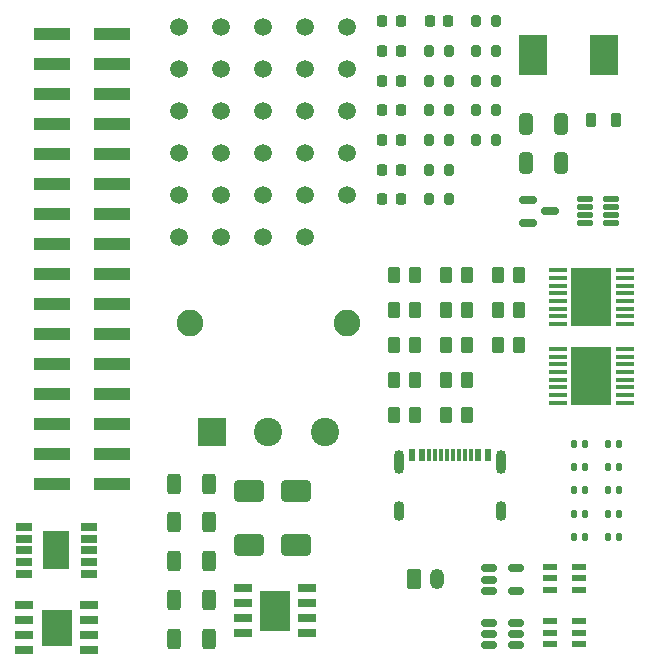
<source format=gbr>
%TF.GenerationSoftware,KiCad,Pcbnew,7.0.11*%
%TF.CreationDate,2025-03-27T12:24:41+02:00*%
%TF.ProjectId,Project,50726f6a-6563-4742-9e6b-696361645f70,rev?*%
%TF.SameCoordinates,Original*%
%TF.FileFunction,Copper,L1,Top*%
%TF.FilePolarity,Positive*%
%FSLAX46Y46*%
G04 Gerber Fmt 4.6, Leading zero omitted, Abs format (unit mm)*
G04 Created by KiCad (PCBNEW 7.0.11) date 2025-03-27 12:24:41*
%MOMM*%
%LPD*%
G01*
G04 APERTURE LIST*
G04 Aperture macros list*
%AMRoundRect*
0 Rectangle with rounded corners*
0 $1 Rounding radius*
0 $2 $3 $4 $5 $6 $7 $8 $9 X,Y pos of 4 corners*
0 Add a 4 corners polygon primitive as box body*
4,1,4,$2,$3,$4,$5,$6,$7,$8,$9,$2,$3,0*
0 Add four circle primitives for the rounded corners*
1,1,$1+$1,$2,$3*
1,1,$1+$1,$4,$5*
1,1,$1+$1,$6,$7*
1,1,$1+$1,$8,$9*
0 Add four rect primitives between the rounded corners*
20,1,$1+$1,$2,$3,$4,$5,0*
20,1,$1+$1,$4,$5,$6,$7,0*
20,1,$1+$1,$6,$7,$8,$9,0*
20,1,$1+$1,$8,$9,$2,$3,0*%
G04 Aperture macros list end*
%TA.AperFunction,SMDPad,CuDef*%
%ADD10RoundRect,0.100000X-0.687500X-0.100000X0.687500X-0.100000X0.687500X0.100000X-0.687500X0.100000X0*%
%TD*%
%TA.AperFunction,HeatsinkPad*%
%ADD11R,3.400000X5.000000*%
%TD*%
%TA.AperFunction,HeatsinkPad*%
%ADD12C,0.500000*%
%TD*%
%TA.AperFunction,SMDPad,CuDef*%
%ADD13RoundRect,0.150000X-0.512500X-0.150000X0.512500X-0.150000X0.512500X0.150000X-0.512500X0.150000X0*%
%TD*%
%TA.AperFunction,SMDPad,CuDef*%
%ADD14RoundRect,0.125000X-0.537500X-0.125000X0.537500X-0.125000X0.537500X0.125000X-0.537500X0.125000X0*%
%TD*%
%TA.AperFunction,SMDPad,CuDef*%
%ADD15C,1.500000*%
%TD*%
%TA.AperFunction,ComponentPad*%
%ADD16R,2.400000X2.400000*%
%TD*%
%TA.AperFunction,ComponentPad*%
%ADD17C,2.400000*%
%TD*%
%TA.AperFunction,ComponentPad*%
%ADD18C,2.250000*%
%TD*%
%TA.AperFunction,SMDPad,CuDef*%
%ADD19RoundRect,0.250000X-0.312500X-0.625000X0.312500X-0.625000X0.312500X0.625000X-0.312500X0.625000X0*%
%TD*%
%TA.AperFunction,SMDPad,CuDef*%
%ADD20RoundRect,0.200000X-0.200000X-0.275000X0.200000X-0.275000X0.200000X0.275000X-0.200000X0.275000X0*%
%TD*%
%TA.AperFunction,SMDPad,CuDef*%
%ADD21RoundRect,0.250000X-0.262500X-0.450000X0.262500X-0.450000X0.262500X0.450000X-0.262500X0.450000X0*%
%TD*%
%TA.AperFunction,SMDPad,CuDef*%
%ADD22RoundRect,0.150000X-0.587500X-0.150000X0.587500X-0.150000X0.587500X0.150000X-0.587500X0.150000X0*%
%TD*%
%TA.AperFunction,SMDPad,CuDef*%
%ADD23RoundRect,0.218750X-0.218750X-0.381250X0.218750X-0.381250X0.218750X0.381250X-0.218750X0.381250X0*%
%TD*%
%TA.AperFunction,SMDPad,CuDef*%
%ADD24R,2.350000X3.500000*%
%TD*%
%TA.AperFunction,ComponentPad*%
%ADD25RoundRect,0.250000X-0.350000X-0.625000X0.350000X-0.625000X0.350000X0.625000X-0.350000X0.625000X0*%
%TD*%
%TA.AperFunction,ComponentPad*%
%ADD26O,1.200000X1.750000*%
%TD*%
%TA.AperFunction,SMDPad,CuDef*%
%ADD27R,0.600000X1.140000*%
%TD*%
%TA.AperFunction,SMDPad,CuDef*%
%ADD28R,0.300000X1.140000*%
%TD*%
%TA.AperFunction,ComponentPad*%
%ADD29O,0.900000X2.000000*%
%TD*%
%TA.AperFunction,ComponentPad*%
%ADD30O,0.900000X1.700000*%
%TD*%
%TA.AperFunction,SMDPad,CuDef*%
%ADD31R,3.150000X1.000000*%
%TD*%
%TA.AperFunction,SMDPad,CuDef*%
%ADD32R,1.250000X0.600000*%
%TD*%
%TA.AperFunction,SMDPad,CuDef*%
%ADD33R,1.525000X0.700000*%
%TD*%
%TA.AperFunction,SMDPad,CuDef*%
%ADD34R,2.513000X3.402000*%
%TD*%
%TA.AperFunction,SMDPad,CuDef*%
%ADD35R,1.525000X0.650000*%
%TD*%
%TA.AperFunction,SMDPad,CuDef*%
%ADD36R,2.600000X3.100000*%
%TD*%
%TA.AperFunction,SMDPad,CuDef*%
%ADD37R,1.400000X0.700000*%
%TD*%
%TA.AperFunction,SMDPad,CuDef*%
%ADD38R,2.300000X3.200000*%
%TD*%
%TA.AperFunction,SMDPad,CuDef*%
%ADD39RoundRect,0.250000X-1.000000X-0.650000X1.000000X-0.650000X1.000000X0.650000X-1.000000X0.650000X0*%
%TD*%
%TA.AperFunction,SMDPad,CuDef*%
%ADD40RoundRect,0.250000X-0.325000X-0.650000X0.325000X-0.650000X0.325000X0.650000X-0.325000X0.650000X0*%
%TD*%
%TA.AperFunction,SMDPad,CuDef*%
%ADD41RoundRect,0.225000X-0.225000X-0.250000X0.225000X-0.250000X0.225000X0.250000X-0.225000X0.250000X0*%
%TD*%
%TA.AperFunction,SMDPad,CuDef*%
%ADD42RoundRect,0.140000X-0.140000X-0.170000X0.140000X-0.170000X0.140000X0.170000X-0.140000X0.170000X0*%
%TD*%
G04 APERTURE END LIST*
D10*
%TO.P,U5,1,nSLEEP*%
%TO.N,/Switch Out*%
X120087500Y-89315000D03*
%TO.P,U5,2,AOUT1*%
%TO.N,MOTOR3_A_OUT*%
X120087500Y-89965000D03*
%TO.P,U5,3,AISEN*%
%TO.N,Net-(U5B-AISEN)*%
X120087500Y-90615000D03*
%TO.P,U5,4,AOUT2*%
%TO.N,MOTOR3_B_OUT*%
X120087500Y-91265000D03*
%TO.P,U5,5,BOUT2*%
%TO.N,Motor4_B_OUT*%
X120087500Y-91915000D03*
%TO.P,U5,6,BISEN*%
%TO.N,Net-(U5B-BISEN)*%
X120087500Y-92565000D03*
%TO.P,U5,7,BOUT1*%
%TO.N,Motor4_A_OUT*%
X120087500Y-93215000D03*
%TO.P,U5,8,nFAULT*%
%TO.N,unconnected-(U5B-nFAULT-Pad8)*%
X120087500Y-93865000D03*
%TO.P,U5,9,BIN1*%
%TO.N,MOTOR4_CTRL1*%
X125812500Y-93865000D03*
%TO.P,U5,10,BIN2*%
%TO.N,MOTOR4_CTRL2*%
X125812500Y-93215000D03*
%TO.P,U5,11,VCP*%
%TO.N,Net-(U5B-VCP)*%
X125812500Y-92565000D03*
%TO.P,U5,12,VM*%
%TO.N,Monitor_out*%
X125812500Y-91915000D03*
%TO.P,U5,13,GND*%
%TO.N,GND*%
X125812500Y-91265000D03*
%TO.P,U5,14,VINT*%
%TO.N,Net-(U5B-VINT)*%
X125812500Y-90615000D03*
%TO.P,U5,15,AIN2*%
%TO.N,MOTOR3_CTRL2*%
X125812500Y-89965000D03*
%TO.P,U5,16,AIN1*%
%TO.N,MOTOR3_CTRL1*%
X125812500Y-89315000D03*
D11*
%TO.P,U5,17,GND(PPAD)*%
%TO.N,GND*%
X122950000Y-91590000D03*
D12*
X122200000Y-90090000D03*
X123700000Y-90090000D03*
X122200000Y-91590000D03*
X123700000Y-91590000D03*
X122200000Y-93090000D03*
X123700000Y-93090000D03*
%TD*%
D10*
%TO.P,U4,1,nSLEEP*%
%TO.N,/Switch Out*%
X120087500Y-82675000D03*
%TO.P,U4,2,AOUT1*%
%TO.N,MOTOR1_A_OUT*%
X120087500Y-83325000D03*
%TO.P,U4,3,AISEN*%
%TO.N,Net-(U4-AISEN)*%
X120087500Y-83975000D03*
%TO.P,U4,4,AOUT2*%
%TO.N,MOTOR1_B_OUT*%
X120087500Y-84625000D03*
%TO.P,U4,5,BOUT2*%
%TO.N,Motor2_B_OUT*%
X120087500Y-85275000D03*
%TO.P,U4,6,BISEN*%
%TO.N,Net-(U4-BISEN)*%
X120087500Y-85925000D03*
%TO.P,U4,7,BOUT1*%
%TO.N,Motor2_A_OUT*%
X120087500Y-86575000D03*
%TO.P,U4,8,nFAULT*%
%TO.N,unconnected-(U4-nFAULT-Pad8)*%
X120087500Y-87225000D03*
%TO.P,U4,9,BIN1*%
%TO.N,MOTOR2_CTRL1*%
X125812500Y-87225000D03*
%TO.P,U4,10,BIN2*%
%TO.N,MOTOR2_CTRL2*%
X125812500Y-86575000D03*
%TO.P,U4,11,VCP*%
%TO.N,Net-(U4-VCP)*%
X125812500Y-85925000D03*
%TO.P,U4,12,VM*%
%TO.N,Monitor_out*%
X125812500Y-85275000D03*
%TO.P,U4,13,GND*%
%TO.N,GND*%
X125812500Y-84625000D03*
%TO.P,U4,14,VINT*%
%TO.N,Net-(U4-VINT)*%
X125812500Y-83975000D03*
%TO.P,U4,15,AIN2*%
%TO.N,MOTOR1_CTRL2*%
X125812500Y-83325000D03*
%TO.P,U4,16,AIN1*%
%TO.N,MOTOR1_CTRL1*%
X125812500Y-82675000D03*
D11*
%TO.P,U4,17,GND(PPAD)*%
%TO.N,GND*%
X122950000Y-84950000D03*
D12*
X122200000Y-83450000D03*
X123700000Y-83450000D03*
X122200000Y-84950000D03*
X123700000Y-84950000D03*
X122200000Y-86450000D03*
X123700000Y-86450000D03*
%TD*%
D13*
%TO.P,U3,1,SW*%
%TO.N,Net-(U3-SW)*%
X114307500Y-112525000D03*
%TO.P,U3,2,GND*%
%TO.N,GND*%
X114307500Y-113475000D03*
%TO.P,U3,3,FB*%
%TO.N,Net-(U3-FB)*%
X114307500Y-114425000D03*
%TO.P,U3,4,EN*%
%TO.N,/Switch Out*%
X116582500Y-114425000D03*
%TO.P,U3,5,IN*%
%TO.N,Monitor_out*%
X116582500Y-113475000D03*
%TO.P,U3,6,NC*%
%TO.N,unconnected-(U3-NC-Pad6)*%
X116582500Y-112525000D03*
%TD*%
%TO.P,U2,1,IN*%
%TO.N,Monitor_out*%
X114307500Y-107900000D03*
%TO.P,U2,2,GND*%
%TO.N,GND*%
X114307500Y-108850000D03*
%TO.P,U2,3,EN*%
%TO.N,/Switch Out*%
X114307500Y-109800000D03*
%TO.P,U2,4,NC*%
%TO.N,unconnected-(U2-NC-Pad4)*%
X116582500Y-109800000D03*
%TO.P,U2,5,OUT*%
%TO.N,3V3 Out*%
X116582500Y-107900000D03*
%TD*%
D14*
%TO.P,U1,1,IN+*%
%TO.N,Bat_out*%
X122377500Y-76670000D03*
%TO.P,U1,2,IN-*%
%TO.N,Monitor_out*%
X122377500Y-77320000D03*
%TO.P,U1,3,GND*%
%TO.N,GND*%
X122377500Y-77970000D03*
%TO.P,U1,4,VS*%
%TO.N,3V3 Out*%
X122377500Y-78620000D03*
%TO.P,U1,5,SCL*%
%TO.N,I2C1_SCL*%
X124652500Y-78620000D03*
%TO.P,U1,6,SDA*%
%TO.N,I2C1_SDA*%
X124652500Y-77970000D03*
%TO.P,U1,7,A0*%
%TO.N,3V3 Out*%
X124652500Y-77320000D03*
%TO.P,U1,8,A1*%
%TO.N,GND*%
X124652500Y-76670000D03*
%TD*%
D15*
%TO.P,TP29,1,1*%
%TO.N,GND*%
X102245000Y-76305000D03*
%TD*%
%TO.P,TP28,1,1*%
%TO.N,+5V*%
X102245000Y-72755000D03*
%TD*%
%TO.P,TP27,1,1*%
%TO.N,+5V*%
X102245000Y-69205000D03*
%TD*%
%TO.P,TP26,1,1*%
%TO.N,Net-(IC3-VSENSE)*%
X102245000Y-65655000D03*
%TD*%
%TO.P,TP25,1,1*%
%TO.N,GND*%
X102245000Y-62105000D03*
%TD*%
%TO.P,TP24,1,1*%
%TO.N,5V Out*%
X98695000Y-79855000D03*
%TD*%
%TO.P,TP23,1,1*%
%TO.N,Net-(U3-SW)*%
X98695000Y-76305000D03*
%TD*%
%TO.P,TP22,1,1*%
%TO.N,GND*%
X98695000Y-72755000D03*
%TD*%
%TO.P,TP21,1,1*%
%TO.N,GND*%
X98695000Y-69205000D03*
%TD*%
%TO.P,TP20,1,1*%
%TO.N,Net-(U4-BISEN)*%
X98695000Y-65655000D03*
%TD*%
%TO.P,TP19,1,1*%
%TO.N,Net-(U4-AISEN)*%
X98695000Y-62105000D03*
%TD*%
%TO.P,TP18,1,1*%
%TO.N,GND*%
X95145000Y-79855000D03*
%TD*%
%TO.P,TP17,1,1*%
%TO.N,GND*%
X95145000Y-76305000D03*
%TD*%
%TO.P,TP16,1,1*%
%TO.N,Net-(U5B-BISEN)*%
X95145000Y-72755000D03*
%TD*%
%TO.P,TP15,1,1*%
%TO.N,Net-(U5B-AISEN)*%
X95145000Y-69205000D03*
%TD*%
%TO.P,TP14,1,1*%
%TO.N,Net-(IC2-R1{slash}C1)*%
X95145000Y-65655000D03*
%TD*%
%TO.P,TP13,1,1*%
%TO.N,CTRL_EXT_LOAD1*%
X95145000Y-62105000D03*
%TD*%
%TO.P,TP12,1,1*%
%TO.N,CTRL_EXT_LOAD2*%
X91595000Y-79855000D03*
%TD*%
%TO.P,TP11,1,1*%
%TO.N,Net-(IC6-R1{slash}C1)*%
X91595000Y-76305000D03*
%TD*%
%TO.P,TP10,1,1*%
%TO.N,Net-(IC2-R2)*%
X91595000Y-72755000D03*
%TD*%
%TO.P,TP9,1,1*%
%TO.N,GND*%
X91595000Y-69205000D03*
%TD*%
%TO.P,TP8,1,1*%
%TO.N,Net-(IC6-R2)*%
X91595000Y-65655000D03*
%TD*%
%TO.P,TP7,1,1*%
%TO.N,GND*%
X91595000Y-62105000D03*
%TD*%
%TO.P,TP6,1,1*%
%TO.N,Monitor_out*%
X88045000Y-79855000D03*
%TD*%
%TO.P,TP5,1,1*%
%TO.N,Bat_out*%
X88045000Y-76305000D03*
%TD*%
%TO.P,TP4,1,1*%
%TO.N,Net-(Q1-D)*%
X88045000Y-72755000D03*
%TD*%
%TO.P,TP3,1,1*%
%TO.N,Net-(IC4-PROG)*%
X88045000Y-69205000D03*
%TD*%
%TO.P,TP2,1,1*%
%TO.N,GND*%
X88045000Y-65655000D03*
%TD*%
%TO.P,TP1,1,1*%
%TO.N,Net-(IC4-PROG)*%
X88045000Y-62105000D03*
%TD*%
D16*
%TO.P,S1,1,1*%
%TO.N,Bat_out*%
X90795000Y-96330000D03*
D17*
%TO.P,S1,2,2*%
%TO.N,Battery*%
X95595000Y-96330000D03*
%TO.P,S1,3,3*%
%TO.N,Charging*%
X100395000Y-96330000D03*
D18*
%TO.P,S1,4,MH1*%
%TO.N,GND*%
X88945000Y-87130000D03*
%TO.P,S1,5,MH2*%
X102245000Y-87130000D03*
%TD*%
D19*
%TO.P,R28,1*%
%TO.N,Monitor_out*%
X87612500Y-113885000D03*
%TO.P,R28,2*%
%TO.N,Bat_out*%
X90537500Y-113885000D03*
%TD*%
%TO.P,R27,1*%
%TO.N,Monitor_out*%
X87612500Y-110595000D03*
%TO.P,R27,2*%
%TO.N,Bat_out*%
X90537500Y-110595000D03*
%TD*%
%TO.P,R26,1*%
%TO.N,Monitor_out*%
X87612500Y-107305000D03*
%TO.P,R26,2*%
%TO.N,Bat_out*%
X90537500Y-107305000D03*
%TD*%
D20*
%TO.P,R25,1*%
%TO.N,GND*%
X113220000Y-71625000D03*
%TO.P,R25,2*%
%TO.N,Net-(U5B-BISEN)*%
X114870000Y-71625000D03*
%TD*%
%TO.P,R24,1*%
%TO.N,GND*%
X113220000Y-69115000D03*
%TO.P,R24,2*%
%TO.N,Net-(U5B-BISEN)*%
X114870000Y-69115000D03*
%TD*%
%TO.P,R23,1*%
%TO.N,GND*%
X113220000Y-66605000D03*
%TO.P,R23,2*%
%TO.N,Net-(U5B-BISEN)*%
X114870000Y-66605000D03*
%TD*%
%TO.P,R22,1*%
%TO.N,GND*%
X113220000Y-64095000D03*
%TO.P,R22,2*%
%TO.N,Net-(U5B-AISEN)*%
X114870000Y-64095000D03*
%TD*%
%TO.P,R21,1*%
%TO.N,GND*%
X113220000Y-61585000D03*
%TO.P,R21,2*%
%TO.N,Net-(U5B-AISEN)*%
X114870000Y-61585000D03*
%TD*%
%TO.P,R20,1*%
%TO.N,GND*%
X109210000Y-76645000D03*
%TO.P,R20,2*%
%TO.N,Net-(U5B-AISEN)*%
X110860000Y-76645000D03*
%TD*%
%TO.P,R19,1*%
%TO.N,GND*%
X109210000Y-74135000D03*
%TO.P,R19,2*%
%TO.N,Net-(U4-BISEN)*%
X110860000Y-74135000D03*
%TD*%
%TO.P,R18,1*%
%TO.N,GND*%
X109210000Y-71625000D03*
%TO.P,R18,2*%
%TO.N,Net-(U4-AISEN)*%
X110860000Y-71625000D03*
%TD*%
D21*
%TO.P,R17,1*%
%TO.N,CTRL_EXT_LOAD2*%
X115032500Y-89005000D03*
%TO.P,R17,2*%
%TO.N,GND*%
X116857500Y-89005000D03*
%TD*%
%TO.P,R16,1*%
%TO.N,5V Out*%
X115032500Y-86055000D03*
%TO.P,R16,2*%
%TO.N,Net-(IC6-R1{slash}C1)*%
X116857500Y-86055000D03*
%TD*%
%TO.P,R15,1*%
%TO.N,GND*%
X115032500Y-83105000D03*
%TO.P,R15,2*%
%TO.N,Net-(IC6-R2)*%
X116857500Y-83105000D03*
%TD*%
%TO.P,R14,1*%
%TO.N,CTRL_EXT_LOAD1*%
X110622500Y-94905000D03*
%TO.P,R14,2*%
%TO.N,GND*%
X112447500Y-94905000D03*
%TD*%
%TO.P,R13,1*%
%TO.N,5V Out*%
X110622500Y-91955000D03*
%TO.P,R13,2*%
%TO.N,Net-(IC2-R1{slash}C1)*%
X112447500Y-91955000D03*
%TD*%
%TO.P,R12,1*%
%TO.N,GND*%
X110622500Y-89005000D03*
%TO.P,R12,2*%
%TO.N,Net-(IC2-R2)*%
X112447500Y-89005000D03*
%TD*%
%TO.P,R11,1*%
%TO.N,Net-(U3-FB)*%
X110622500Y-86055000D03*
%TO.P,R11,2*%
%TO.N,GND*%
X112447500Y-86055000D03*
%TD*%
%TO.P,R10,1*%
%TO.N,Net-(R10-Pad1)*%
X110622500Y-83105000D03*
%TO.P,R10,2*%
%TO.N,Net-(U3-FB)*%
X112447500Y-83105000D03*
%TD*%
D19*
%TO.P,R9,1*%
%TO.N,Monitor_out*%
X87612500Y-104015000D03*
%TO.P,R9,2*%
%TO.N,Bat_out*%
X90537500Y-104015000D03*
%TD*%
D21*
%TO.P,R8,1*%
%TO.N,HV*%
X106212500Y-94905000D03*
%TO.P,R8,2*%
%TO.N,Net-(IC1-VBUS)*%
X108037500Y-94905000D03*
%TD*%
D19*
%TO.P,R7,1*%
%TO.N,HV*%
X87612500Y-100725000D03*
%TO.P,R7,2*%
%TO.N,Net-(IC1-VDD)*%
X90537500Y-100725000D03*
%TD*%
D20*
%TO.P,R6,1*%
%TO.N,Net-(IC3-VSENSE)*%
X109210000Y-69115000D03*
%TO.P,R6,2*%
%TO.N,Net-(R1-Pad1)*%
X110860000Y-69115000D03*
%TD*%
D21*
%TO.P,R5,1*%
%TO.N,+5V*%
X106212500Y-91955000D03*
%TO.P,R5,2*%
%TO.N,Net-(IC3-VSENSE)*%
X108037500Y-91955000D03*
%TD*%
D20*
%TO.P,R4,1*%
%TO.N,Net-(IC4-PROG)*%
X109210000Y-66605000D03*
%TO.P,R4,2*%
%TO.N,Net-(Q1-D)*%
X110860000Y-66605000D03*
%TD*%
D21*
%TO.P,R3,1*%
%TO.N,Net-(IC4-PROG)*%
X106212500Y-89005000D03*
%TO.P,R3,2*%
%TO.N,GND*%
X108037500Y-89005000D03*
%TD*%
%TO.P,R2,1*%
%TO.N,5V Out*%
X106212500Y-86055000D03*
%TO.P,R2,2*%
%TO.N,Net-(R10-Pad1)*%
X108037500Y-86055000D03*
%TD*%
D20*
%TO.P,R1,1*%
%TO.N,Net-(R1-Pad1)*%
X109210000Y-64095000D03*
%TO.P,R1,2*%
%TO.N,GND*%
X110860000Y-64095000D03*
%TD*%
D22*
%TO.P,Q1,1,G*%
%TO.N,FAST_CHARGE_CTRL*%
X117557500Y-76720000D03*
%TO.P,Q1,2,S*%
%TO.N,GND*%
X117557500Y-78620000D03*
%TO.P,Q1,3,D*%
%TO.N,Net-(Q1-D)*%
X119432500Y-77670000D03*
%TD*%
D23*
%TO.P,L2,1,1*%
%TO.N,Net-(U3-SW)*%
X122912500Y-69945000D03*
%TO.P,L2,2,2*%
%TO.N,5V Out*%
X125037500Y-69945000D03*
%TD*%
D24*
%TO.P,L1,1,1*%
%TO.N,+5V*%
X118000000Y-64450000D03*
%TO.P,L1,2,2*%
%TO.N,Net-(D3-K)*%
X124050000Y-64450000D03*
%TD*%
D25*
%TO.P,J3,1,Pin_1*%
%TO.N,Battery*%
X107895000Y-108825000D03*
D26*
%TO.P,J3,2,Pin_2*%
%TO.N,GND*%
X109895000Y-108825000D03*
%TD*%
D27*
%TO.P,J2,A1_B12,GND*%
%TO.N,GND*%
X107783500Y-98330000D03*
%TO.P,J2,A4_B9,VBUS*%
%TO.N,HV*%
X108583500Y-98330000D03*
D28*
%TO.P,J2,A6,DP1*%
%TO.N,unconnected-(J2-DP1-PadA6)*%
X110733500Y-98330000D03*
%TO.P,J2,B7,DN2*%
%TO.N,unconnected-(J2-DN2-PadB7)*%
X110233500Y-98330000D03*
%TO.P,J2,A5,CC1*%
%TO.N,Net-(IC1-CC1)*%
X109733500Y-98330000D03*
%TO.P,J2,B8,SBU2*%
%TO.N,unconnected-(J2-SBU2-PadB8)*%
X109233500Y-98330000D03*
%TO.P,J2,A7,DN1*%
%TO.N,unconnected-(J2-DN1-PadA7)*%
X111233500Y-98330000D03*
%TO.P,J2,B6,DP2*%
%TO.N,unconnected-(J2-DP2-PadB6)*%
X111733500Y-98330000D03*
%TO.P,J2,A8,SBU1*%
%TO.N,unconnected-(J2-SBU1-PadA8)*%
X112233500Y-98330000D03*
%TO.P,J2,B5,CC2*%
%TO.N,Net-(IC1-CC2)*%
X112733500Y-98330000D03*
D27*
%TO.P,J2,B4_A9,VBUS*%
%TO.N,HV*%
X113383500Y-98330000D03*
%TO.P,J2,B1_A12,GND*%
%TO.N,GND*%
X114183500Y-98330000D03*
D29*
%TO.P,J2,S1,SHIELD*%
X106658500Y-98910000D03*
%TO.P,J2,S2,SHIELD*%
X115308500Y-98910000D03*
D30*
%TO.P,J2,S3,SHIELD*%
X106658500Y-103080000D03*
%TO.P,J2,S4,SHIELD*%
X115308500Y-103080000D03*
%TD*%
D31*
%TO.P,J1,1,Pin_1*%
%TO.N,Motor2_B_OUT*%
X77320000Y-62655000D03*
%TO.P,J1,2,Pin_2*%
%TO.N,Motor2_A_OUT*%
X82370000Y-62655000D03*
%TO.P,J1,3,Pin_3*%
%TO.N,Motor4_A_OUT*%
X77320000Y-65195000D03*
%TO.P,J1,4,Pin_4*%
%TO.N,MOTOR2_CTRL1*%
X82370000Y-65195000D03*
%TO.P,J1,5,Pin_5*%
%TO.N,Motor4_B_OUT*%
X77320000Y-67735000D03*
%TO.P,J1,6,Pin_6*%
%TO.N,MOTOR2_CTRL2*%
X82370000Y-67735000D03*
%TO.P,J1,7,Pin_7*%
%TO.N,CTRL_EXT_LOAD2*%
X77320000Y-70275000D03*
%TO.P,J1,8,Pin_8*%
%TO.N,MOTOR4_CTRL1*%
X82370000Y-70275000D03*
%TO.P,J1,9,Pin_9*%
%TO.N,USART2_RX*%
X77320000Y-72815000D03*
%TO.P,J1,10,Pin_10*%
%TO.N,MOTOR4_CTRL2*%
X82370000Y-72815000D03*
%TO.P,J1,11,Pin_11*%
%TO.N,EXT_LOAD2_OUT*%
X77320000Y-75355000D03*
%TO.P,J1,12,Pin_12*%
%TO.N,USART2_TX*%
X82370000Y-75355000D03*
%TO.P,J1,13,Pin_13*%
%TO.N,FAST_CHARGE_CTRL*%
X77320000Y-77895000D03*
%TO.P,J1,14,Pin_14*%
%TO.N,Battery*%
X82370000Y-77895000D03*
%TO.P,J1,15,Pin_15*%
%TO.N,GND*%
X77320000Y-80435000D03*
%TO.P,J1,16,Pin_16*%
%TO.N,I2C1_SCL*%
X82370000Y-80435000D03*
%TO.P,J1,17,Pin_17*%
%TO.N,I2C1_SDA*%
X77320000Y-82975000D03*
%TO.P,J1,18,Pin_18*%
%TO.N,3V3 Out*%
X82370000Y-82975000D03*
%TO.P,J1,19,Pin_19*%
%TO.N,GND*%
X77320000Y-85515000D03*
%TO.P,J1,20,Pin_20*%
%TO.N,5V Out*%
X82370000Y-85515000D03*
%TO.P,J1,21,Pin_21*%
%TO.N,EXT_LOAD1_OUT*%
X77320000Y-88055000D03*
%TO.P,J1,22,Pin_22*%
%TO.N,HV*%
X82370000Y-88055000D03*
%TO.P,J1,23,Pin_23*%
%TO.N,unconnected-(J1-Pin_23-Pad23)*%
X77320000Y-90595000D03*
%TO.P,J1,24,Pin_24*%
%TO.N,MOTOR3_CTRL1*%
X82370000Y-90595000D03*
%TO.P,J1,25,Pin_25*%
%TO.N,CTRL_EXT_LOAD1*%
X77320000Y-93135000D03*
%TO.P,J1,26,Pin_26*%
%TO.N,MOTOR3_CTRL2*%
X82370000Y-93135000D03*
%TO.P,J1,27,Pin_27*%
%TO.N,MOTOR3_A_OUT*%
X77320000Y-95675000D03*
%TO.P,J1,28,Pin_28*%
%TO.N,MOTOR1_CTRL1*%
X82370000Y-95675000D03*
%TO.P,J1,29,Pin_29*%
%TO.N,MOTOR3_B_OUT*%
X77320000Y-98215000D03*
%TO.P,J1,30,Pin_30*%
%TO.N,MOTOR1_CTRL2*%
X82370000Y-98215000D03*
%TO.P,J1,31,Pin_31*%
%TO.N,MOTOR1_B_OUT*%
X77320000Y-100755000D03*
%TO.P,J1,32,Pin_32*%
%TO.N,MOTOR1_A_OUT*%
X82370000Y-100755000D03*
%TD*%
D32*
%TO.P,IC6,1,R2*%
%TO.N,Net-(IC6-R2)*%
X119420000Y-112400000D03*
%TO.P,IC6,2,VOUT_1*%
%TO.N,EXT_LOAD1_OUT*%
X119420000Y-113350000D03*
%TO.P,IC6,3,VOUT_2*%
X119420000Y-114300000D03*
%TO.P,IC6,4,VIN*%
%TO.N,5V Out*%
X121920000Y-114300000D03*
%TO.P,IC6,5,ON/OFF*%
%TO.N,CTRL_EXT_LOAD2*%
X121920000Y-113350000D03*
%TO.P,IC6,6,R1/C1*%
%TO.N,Net-(IC6-R1{slash}C1)*%
X121920000Y-112400000D03*
%TD*%
D33*
%TO.P,IC4,1,TEMP*%
%TO.N,GND*%
X93418000Y-109600000D03*
%TO.P,IC4,2,PROG*%
%TO.N,Net-(IC4-PROG)*%
X93418000Y-110870000D03*
%TO.P,IC4,3,GND*%
%TO.N,GND*%
X93418000Y-112140000D03*
%TO.P,IC4,4,VCC*%
%TO.N,Net-(IC4-CE)*%
X93418000Y-113410000D03*
%TO.P,IC4,5,BAT*%
%TO.N,Net-(IC4-BAT)*%
X98842000Y-113410000D03*
%TO.P,IC4,6,~{STDBY}*%
%TO.N,GND*%
X98842000Y-112140000D03*
%TO.P,IC4,7,~{CHRG}*%
X98842000Y-110870000D03*
%TO.P,IC4,8,CE*%
%TO.N,Net-(IC4-CE)*%
X98842000Y-109600000D03*
D34*
%TO.P,IC4,9,EP*%
%TO.N,GND*%
X96130000Y-111505000D03*
%TD*%
D35*
%TO.P,IC3,1,BOOT*%
%TO.N,Net-(IC3-BOOT)*%
X74958000Y-111020000D03*
%TO.P,IC3,2,NC_1*%
%TO.N,unconnected-(IC3-NC_1-Pad2)*%
X74958000Y-112290000D03*
%TO.P,IC3,3,NC_2*%
%TO.N,unconnected-(IC3-NC_2-Pad3)*%
X74958000Y-113560000D03*
%TO.P,IC3,4,VSENSE*%
%TO.N,Net-(IC3-VSENSE)*%
X74958000Y-114830000D03*
%TO.P,IC3,5,ENA*%
%TO.N,unconnected-(IC3-ENA-Pad5)*%
X80382000Y-114830000D03*
%TO.P,IC3,6,GND*%
%TO.N,GND*%
X80382000Y-113560000D03*
%TO.P,IC3,7,VIN*%
%TO.N,Net-(IC3-VIN)*%
X80382000Y-112290000D03*
%TO.P,IC3,8,PH*%
%TO.N,Net-(D3-K)*%
X80382000Y-111020000D03*
D36*
%TO.P,IC3,9,EP*%
%TO.N,GND*%
X77670000Y-112925000D03*
%TD*%
D32*
%TO.P,IC2,1,R2*%
%TO.N,Net-(IC2-R2)*%
X119420000Y-107800000D03*
%TO.P,IC2,2,VOUT_1*%
%TO.N,EXT_LOAD2_OUT*%
X119420000Y-108750000D03*
%TO.P,IC2,3,VOUT_2*%
X119420000Y-109700000D03*
%TO.P,IC2,4,VIN*%
%TO.N,5V Out*%
X121920000Y-109700000D03*
%TO.P,IC2,5,ON/OFF*%
%TO.N,CTRL_EXT_LOAD1*%
X121920000Y-108750000D03*
%TO.P,IC2,6,R1/C1*%
%TO.N,Net-(IC2-R1{slash}C1)*%
X121920000Y-107800000D03*
%TD*%
D37*
%TO.P,IC1,1,VDD*%
%TO.N,Net-(IC1-VDD)*%
X74895000Y-104380000D03*
%TO.P,IC1,2,CFG2*%
%TO.N,GND*%
X74895000Y-105380000D03*
%TO.P,IC1,3,CFG3*%
X74895000Y-106380000D03*
%TO.P,IC1,4,DP*%
%TO.N,Net-(IC1-DM)*%
X74895000Y-107380000D03*
%TO.P,IC1,5,DM*%
X74895000Y-108380000D03*
%TO.P,IC1,6,CC2*%
%TO.N,Net-(IC1-CC2)*%
X80395000Y-108380000D03*
%TO.P,IC1,7,CC1*%
%TO.N,Net-(IC1-CC1)*%
X80395000Y-107380000D03*
%TO.P,IC1,8,VBUS*%
%TO.N,Net-(IC1-VBUS)*%
X80395000Y-106380000D03*
%TO.P,IC1,9,CFG1*%
%TO.N,GND*%
X80395000Y-105380000D03*
%TO.P,IC1,10,PG*%
%TO.N,unconnected-(IC1-PG-Pad10)*%
X80395000Y-104380000D03*
D38*
%TO.P,IC1,11,GND*%
%TO.N,GND*%
X77645000Y-106380000D03*
%TD*%
D39*
%TO.P,D3,1,K*%
%TO.N,Net-(D3-K)*%
X93950000Y-105905000D03*
%TO.P,D3,2,A*%
%TO.N,GND*%
X97950000Y-105905000D03*
%TD*%
%TO.P,D1,1,K*%
%TO.N,GND*%
X93950000Y-101355000D03*
%TO.P,D1,2,A*%
%TO.N,5V Out*%
X97950000Y-101355000D03*
%TD*%
D40*
%TO.P,C21,1*%
%TO.N,+5V*%
X117400000Y-73595000D03*
%TO.P,C21,2*%
%TO.N,GND*%
X120350000Y-73595000D03*
%TD*%
D41*
%TO.P,C20,1*%
%TO.N,+5V*%
X109260000Y-61585000D03*
%TO.P,C20,2*%
%TO.N,GND*%
X110810000Y-61585000D03*
%TD*%
%TO.P,C19,1*%
%TO.N,+5V*%
X105250000Y-76645000D03*
%TO.P,C19,2*%
%TO.N,GND*%
X106800000Y-76645000D03*
%TD*%
%TO.P,C18,1*%
%TO.N,Monitor_out*%
X105250000Y-74135000D03*
%TO.P,C18,2*%
%TO.N,GND*%
X106800000Y-74135000D03*
%TD*%
D42*
%TO.P,C17,1*%
%TO.N,Net-(U5B-VINT)*%
X124365000Y-105245000D03*
%TO.P,C17,2*%
%TO.N,GND*%
X125325000Y-105245000D03*
%TD*%
%TO.P,C16,1*%
%TO.N,Net-(U5B-VCP)*%
X124365000Y-103275000D03*
%TO.P,C16,2*%
%TO.N,Monitor_out*%
X125325000Y-103275000D03*
%TD*%
D41*
%TO.P,C15,1*%
%TO.N,Monitor_out*%
X105250000Y-71625000D03*
%TO.P,C15,2*%
%TO.N,GND*%
X106800000Y-71625000D03*
%TD*%
D42*
%TO.P,C14,1*%
%TO.N,Net-(U4-VINT)*%
X124365000Y-101305000D03*
%TO.P,C14,2*%
%TO.N,GND*%
X125325000Y-101305000D03*
%TD*%
%TO.P,C13,1*%
%TO.N,Net-(U4-VCP)*%
X124365000Y-99335000D03*
%TO.P,C13,2*%
%TO.N,Monitor_out*%
X125325000Y-99335000D03*
%TD*%
%TO.P,C12,1*%
%TO.N,GND*%
X124365000Y-97365000D03*
%TO.P,C12,2*%
%TO.N,Net-(IC6-R1{slash}C1)*%
X125325000Y-97365000D03*
%TD*%
%TO.P,C11,1*%
%TO.N,GND*%
X121495000Y-105245000D03*
%TO.P,C11,2*%
%TO.N,Net-(IC2-R1{slash}C1)*%
X122455000Y-105245000D03*
%TD*%
D41*
%TO.P,C10,1*%
%TO.N,GND*%
X105250000Y-69115000D03*
%TO.P,C10,2*%
%TO.N,5V Out*%
X106800000Y-69115000D03*
%TD*%
%TO.P,C9,1*%
%TO.N,GND*%
X105250000Y-66605000D03*
%TO.P,C9,2*%
%TO.N,Monitor_out*%
X106800000Y-66605000D03*
%TD*%
D42*
%TO.P,C8,1*%
%TO.N,GND*%
X121495000Y-103275000D03*
%TO.P,C8,2*%
%TO.N,3V3 Out*%
X122455000Y-103275000D03*
%TD*%
%TO.P,C7,1*%
%TO.N,GND*%
X121495000Y-101305000D03*
%TO.P,C7,2*%
%TO.N,Monitor_out*%
X122455000Y-101305000D03*
%TD*%
%TO.P,C6,1*%
%TO.N,GND*%
X121495000Y-99335000D03*
%TO.P,C6,2*%
%TO.N,Net-(IC1-VDD)*%
X122455000Y-99335000D03*
%TD*%
D40*
%TO.P,C5,1*%
%TO.N,+5V*%
X117400000Y-70245000D03*
%TO.P,C5,2*%
%TO.N,GND*%
X120350000Y-70245000D03*
%TD*%
D41*
%TO.P,C4,1*%
%TO.N,Net-(IC3-VIN)*%
X105250000Y-64095000D03*
%TO.P,C4,2*%
%TO.N,GND*%
X106800000Y-64095000D03*
%TD*%
D42*
%TO.P,C3,1*%
%TO.N,Net-(D3-K)*%
X121495000Y-97365000D03*
%TO.P,C3,2*%
%TO.N,Net-(IC3-BOOT)*%
X122455000Y-97365000D03*
%TD*%
D41*
%TO.P,C2,1*%
%TO.N,GND*%
X105250000Y-61585000D03*
%TO.P,C2,2*%
%TO.N,Net-(IC4-CE)*%
X106800000Y-61585000D03*
%TD*%
D21*
%TO.P,C1,1*%
%TO.N,Net-(IC4-BAT)*%
X106212500Y-83105000D03*
%TO.P,C1,2*%
%TO.N,GND*%
X108037500Y-83105000D03*
%TD*%
M02*

</source>
